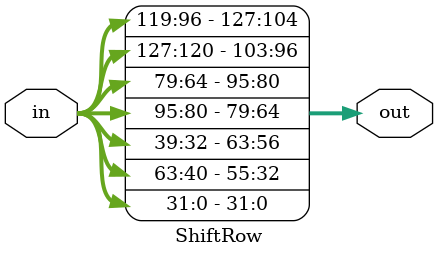
<source format=v>
module ShiftRow(in, out );

input[127:0] in;
output reg[127:0] out;
always@(*)begin
	out[31:0]=in[31:0];
	
	out[55:32]=in[63:40];
	out[63:56]=in[39:32];

	out[79:64]=in[95:80];
	out[95:80]=in[79:64];

	out[127:104]=in[119:96];
	out[103:96]=in[127:120];
end

endmodule

</source>
